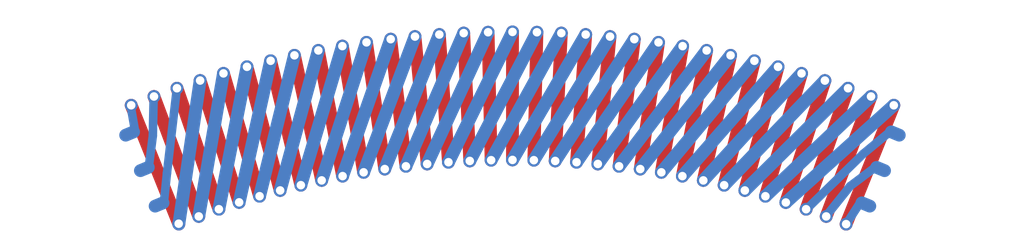
<source format=kicad_pcb>
(kicad_pcb (version 20241229) (generator "pcbnew") (generator_version "9.0")
  (layers (0 "F.Cu" signal) (2 "B.Cu" signal) (13 "F.Paste" user) (15 "B.Paste" user) (5 "F.SilkS" user "F.Silkscreen") (7 "B.SilkS" user "B.Silkscreen") (1 "F.Mask" user) (3 "B.Mask" user) (25 "Edge.Cuts" user))
  (net 0 "")
  (footprint "model_train_footprints:track_connections" (layer "B.Cu") (at 158.436574 98.306921 -22.5)
    (property "Reference" "REF**" (hide yes))
    (property "Value" "track_connections" (hide yes))
    (pad "1" smd oval (at 0 0.9 247.5) (size 0.3 0.5) (layers "B.Cu" "B.Mask" "B.Paste"))
    (pad "2" smd oval (at 0 0 247.5) (size 0.3 0.5) (layers "B.Cu" "B.Mask" "B.Paste"))
    (pad "3" smd oval (at 0 -0.9 247.5) (size 0.3 0.5) (layers "B.Cu" "B.Mask" "B.Paste"))
  )
  (footprint "model_train_footprints:track_connections" (layer "B.Cu") (at 141.21582 98.306922 22.5)
    (property "Reference" "REF**" (hide yes))
    (property "Value" "track_connections" (hide yes))
    (pad "1" smd oval (at 0 0.9 292.5) (size 0.3 0.5) (layers "B.Cu" "B.Mask" "B.Paste"))
    (pad "2" smd oval (at 0 0 292.5) (size 0.3 0.5) (layers "B.Cu" "B.Mask" "B.Paste"))
    (pad "3" smd oval (at 0 -0.9 292.5) (size 0.3 0.5) (layers "B.Cu" "B.Mask" "B.Paste"))
  )
  (gr_line (start 158.745984 96.813335) (end 157.631009 99.598444) (stroke (width 0.3)) (layer "F.Cu"))
  (gr_line (start 151.539064 95.155412) (end 151.324954 98.147762) (stroke (width 0.3)) (layer "F.Cu"))
  (gr_line (start 145.363618 98.573845) (end 144.726108 95.642364) (stroke (width 0.3)) (layer "F.Cu"))
  (gr_line (start 147.334183 98.242595) (end 146.978182 95.263793) (stroke (width 0.3)) (layer "F.Cu"))
  (gr_line (start 147.831052 98.189202) (end 147.546032 95.202772) (stroke (width 0.3)) (layer "F.Cu"))
  (gr_line (start 146.344958 98.384769) (end 145.84764 95.426277) (stroke (width 0.3)) (layer "F.Cu"))
  (gr_line (start 149.827005 98.094211) (end 149.827122 95.094211) (stroke (width 0.3)) (layer "F.Cu"))
  (gr_line (start 142.022884 99.597844) (end 140.908127 96.812648) (stroke (width 0.3)) (layer "F.Cu"))
  (gr_line (start 154.928093 95.642757) (end 154.290355 98.574189) (stroke (width 0.3)) (layer "F.Cu"))
  (gr_line (start 155.742698 98.944893) (end 156.587913 96.066419) (stroke (width 0.3)) (layer "F.Cu"))
  (gr_line (start 148.827898 98.117953) (end 148.685285 95.121344) (stroke (width 0.3)) (layer "F.Cu"))
  (gr_line (start 152.815269 98.308027) (end 153.24228 95.338572) (stroke (width 0.3)) (layer "F.Cu"))
  (gr_line (start 150.398201 95.101028) (end 150.326699 98.100176) (stroke (width 0.3)) (layer "F.Cu"))
  (gr_line (start 146.838724 98.307797) (end 146.411944 95.338309) (stroke (width 0.3)) (layer "F.Cu"))
  (gr_line (start 148.329051 98.147646) (end 148.115174 95.15528) (stroke (width 0.3)) (layer "F.Cu"))
  (gr_line (start 153.806578 95.426584) (end 153.309029 98.385037) (stroke (width 0.3)) (layer "F.Cu"))
  (gr_line (start 156.694631 99.249196) (end 157.675837 96.414194) (stroke (width 0.3)) (layer "F.Cu"))
  (gr_line (start 156.038053 95.912044) (end 155.26157 98.809815) (stroke (width 0.3)) (layer "F.Cu"))
  (gr_line (start 142.959289 99.248667) (end 141.978304 96.413589) (stroke (width 0.3)) (layer "F.Cu"))
  (gr_line (start 151.82295 98.189355) (end 152.108202 95.202948) (stroke (width 0.3)) (layer "F.Cu"))
  (gr_line (start 144.392385 98.809396) (end 143.616127 95.911565) (stroke (width 0.3)) (layer "F.Cu"))
  (gr_line (start 145.853163 98.473469) (end 145.285588 95.527648) (stroke (width 0.3)) (layer "F.Cu"))
  (gr_line (start 156.220475 99.091381) (end 157.133944 96.233834) (stroke (width 0.3)) (layer "F.Cu"))
  (gr_line (start 144.8766 98.685842) (end 144.169516 95.770361) (stroke (width 0.3)) (layer "F.Cu"))
  (gr_line (start 152.676048 95.264012) (end 152.319816 98.242787) (stroke (width 0.3)) (layer "F.Cu"))
  (gr_line (start 150.82611 98.118029) (end 150.968956 95.121432) (stroke (width 0.3)) (layer "F.Cu"))
  (gr_line (start 149.256042 95.100984) (end 149.32731 98.100137) (stroke (width 0.3)) (layer "F.Cu"))
  (gr_line (start 143.433458 99.090889) (end 142.520211 96.233271) (stroke (width 0.3)) (layer "F.Cu"))
  (gr_line (start 143.911247 98.944437) (end 143.066255 96.065898) (stroke (width 0.3)) (layer "F.Cu"))
  (gr_line (start 142.489009 99.417684) (end 141.440841 96.606752) (stroke (width 0.3)) (layer "F.Cu"))
  (gr_line (start 154.777364 98.686223) (end 155.484675 95.770797) (stroke (width 0.3)) (layer "F.Cu"))
  (gr_line (start 157.164898 99.418249) (end 158.213285 96.607398) (stroke (width 0.3)) (layer "F.Cu"))
  (gr_line (start 153.800817 98.473774) (end 154.368621 95.527998) (stroke (width 0.3)) (layer "F.Cu"))
  (gr_line (start 146.978182 95.263793) (end 145.853163 98.473469) (stroke (width 0.3)) (layer "B.Cu"))
  (gr_line (start 150.968956 95.121432) (end 149.32731 98.100137) (stroke (width 0.3)) (layer "B.Cu"))
  (gr_line (start 157.63401 99.598422) (end 157.94401 99.118422) (stroke (width 0.2)) (layer "B.Cu"))
  (gr_line (start 157.133944 96.233834) (end 154.777364 98.686223) (stroke (width 0.3)) (layer "B.Cu"))
  (gr_line (start 152.676048 95.264012) (end 150.82611 98.118029) (stroke (width 0.3)) (layer "B.Cu"))
  (gr_line (start 157.16401 99.408422) (end 157.72401 98.708422) (stroke (width 0.2)) (layer "B.Cu"))
  (gr_line (start 158.745984 96.813335) (end 156.220475 99.091381) (stroke (width 0.3)) (layer "B.Cu"))
  (gr_line (start 141.97401 96.438422) (end 141.74401 98.408422) (stroke (width 0.2)) (layer "B.Cu"))
  (gr_line (start 141.43401 96.608422) (end 141.41401 97.528422) (stroke (width 0.2)) (layer "B.Cu"))
  (gr_line (start 141.74401 98.408422) (end 141.67401 99.088422) (stroke (width 0.2)) (layer "B.Cu"))
  (gr_line (start 154.928093 95.642757) (end 152.815269 98.308027) (stroke (width 0.3)) (layer "B.Cu"))
  (gr_line (start 156.038053 95.912044) (end 153.800817 98.473774) (stroke (width 0.3)) (layer "B.Cu"))
  (gr_line (start 152.108202 95.202948) (end 150.326699 98.100176) (stroke (width 0.3)) (layer "B.Cu"))
  (gr_line (start 149.256042 95.100984) (end 147.831052 98.189202) (stroke (width 0.3)) (layer "B.Cu"))
  (gr_line (start 154.368621 95.527998) (end 152.319816 98.242787) (stroke (width 0.3)) (layer "B.Cu"))
  (gr_line (start 146.411944 95.338309) (end 145.363618 98.573845) (stroke (width 0.3)) (layer "B.Cu"))
  (gr_line (start 148.685285 95.121344) (end 147.334183 98.242595) (stroke (width 0.3)) (layer "B.Cu"))
  (gr_line (start 153.24228 95.338572) (end 151.324954 98.147762) (stroke (width 0.3)) (layer "B.Cu"))
  (gr_line (start 158.03401 97.948422) (end 158.61401 97.468422) (stroke (width 0.2)) (layer "B.Cu"))
  (gr_line (start 144.169516 95.770361) (end 143.433458 99.090889) (stroke (width 0.3)) (layer "B.Cu"))
  (gr_line (start 143.616127 95.911565) (end 142.959289 99.248667) (stroke (width 0.3)) (layer "B.Cu"))
  (gr_line (start 150.398201 95.101028) (end 148.827898 98.117953) (stroke (width 0.3)) (layer "B.Cu"))
  (gr_line (start 153.806578 95.426584) (end 151.82295 98.189355) (stroke (width 0.3)) (layer "B.Cu"))
  (gr_line (start 157.72401 98.708422) (end 158.33401 98.248422) (stroke (width 0.2)) (layer "B.Cu"))
  (gr_line (start 155.484675 95.770797) (end 153.309029 98.385037) (stroke (width 0.3)) (layer "B.Cu"))
  (gr_line (start 145.84764 95.426277) (end 144.8766 98.685842) (stroke (width 0.3)) (layer "B.Cu"))
  (gr_line (start 143.066255 96.065898) (end 142.489009 99.417684) (stroke (width 0.3)) (layer "B.Cu"))
  (gr_line (start 145.285588 95.527648) (end 144.392385 98.809396) (stroke (width 0.3)) (layer "B.Cu"))
  (gr_line (start 156.587913 96.066419) (end 154.290355 98.574189) (stroke (width 0.3)) (layer "B.Cu"))
  (gr_line (start 140.89401 96.818422) (end 140.99401 97.388422) (stroke (width 0.2)) (layer "B.Cu"))
  (gr_line (start 141.41401 97.528422) (end 141.32401 98.228422) (stroke (width 0.2)) (layer "B.Cu"))
  (gr_line (start 157.675837 96.414194) (end 155.26157 98.809815) (stroke (width 0.3)) (layer "B.Cu"))
  (gr_line (start 147.546032 95.202772) (end 146.344958 98.384769) (stroke (width 0.3)) (layer "B.Cu"))
  (gr_line (start 156.70401 99.248422) (end 158.03401 97.948422) (stroke (width 0.2)) (layer "B.Cu"))
  (gr_line (start 142.520211 96.233271) (end 142.022884 99.597844) (stroke (width 0.3)) (layer "B.Cu"))
  (gr_line (start 148.115174 95.15528) (end 146.838724 98.307797) (stroke (width 0.3)) (layer "B.Cu"))
  (gr_line (start 149.827122 95.094211) (end 148.329051 98.147646) (stroke (width 0.3)) (layer "B.Cu"))
  (gr_line (start 151.539064 95.155412) (end 149.827005 98.094211) (stroke (width 0.3)) (layer "B.Cu"))
  (gr_line (start 144.726108 95.642364) (end 143.911247 98.944437) (stroke (width 0.3)) (layer "B.Cu"))
  (gr_line (start 158.213285 96.607398) (end 155.742698 98.944893) (stroke (width 0.3)) (layer "B.Cu"))
  (via (at 157.631009 99.598444) (size 0.3) (drill 0.2) (layers "F.Cu" "B.Cu") (net 0))
  (via (at 142.019113 99.588422) (size 0.3) (drill 0.2) (layers "F.Cu" "B.Cu") (net 0))
  (via (at 157.675837 96.414194) (size 0.3) (drill 0.2) (layers "F.Cu" "B.Cu") (net 0))
  (via (at 150.326699 98.100176) (size 0.3) (drill 0.2) (layers "F.Cu" "B.Cu") (net 0))
  (via (at 144.8766 98.685842) (size 0.3) (drill 0.2) (layers "F.Cu" "B.Cu") (net 0))
  (via (at 145.84764 95.426277) (size 0.3) (drill 0.2) (layers "F.Cu" "B.Cu") (net 0))
  (via (at 158.745984 96.813335) (size 0.3) (drill 0.2) (layers "F.Cu" "B.Cu") (net 0))
  (via (at 152.815269 98.308027) (size 0.3) (drill 0.2) (layers "F.Cu" "B.Cu") (net 0))
  (via (at 147.546032 95.202772) (size 0.3) (drill 0.2) (layers "F.Cu" "B.Cu") (net 0))
  (via (at 155.742698 98.944893) (size 0.3) (drill 0.2) (layers "F.Cu" "B.Cu") (net 0))
  (via (at 153.24228 95.338572) (size 0.3) (drill 0.2) (layers "F.Cu" "B.Cu") (net 0))
  (via (at 156.038053 95.912044) (size 0.3) (drill 0.2) (layers "F.Cu" "B.Cu") (net 0))
  (via (at 143.616127 95.911565) (size 0.3) (drill 0.2) (layers "F.Cu" "B.Cu") (net 0))
  (via (at 153.309029 98.385037) (size 0.3) (drill 0.2) (layers "F.Cu" "B.Cu") (net 0))
  (via (at 152.319816 98.242787) (size 0.3) (drill 0.2) (layers "F.Cu" "B.Cu") (net 0))
  (via (at 156.587913 96.066419) (size 0.3) (drill 0.2) (layers "F.Cu" "B.Cu") (net 0))
  (via (at 153.806578 95.426584) (size 0.3) (drill 0.2) (layers "F.Cu" "B.Cu") (net 0))
  (via (at 149.827122 95.094211) (size 0.3) (drill 0.2) (layers "F.Cu" "B.Cu") (net 0))
  (via (at 151.539064 95.155412) (size 0.3) (drill 0.2) (layers "F.Cu" "B.Cu") (net 0))
  (via (at 157.164898 99.418249) (size 0.3) (drill 0.2) (layers "F.Cu" "B.Cu") (net 0))
  (via (at 151.823039 98.188422) (size 0.3) (drill 0.2) (layers "F.Cu" "B.Cu") (net 0))
  (via (at 146.978182 95.263793) (size 0.3) (drill 0.2) (layers "F.Cu" "B.Cu") (net 0))
  (via (at 143.066255 96.065898) (size 0.3) (drill 0.2) (layers "F.Cu" "B.Cu") (net 0))
  (via (at 157.133944 96.233834) (size 0.3) (drill 0.2) (layers "F.Cu" "B.Cu") (net 0))
  (via (at 149.32731 98.100137) (size 0.3) (drill 0.2) (layers "F.Cu" "B.Cu") (net 0))
  (via (at 150.398201 95.101028) (size 0.3) (drill 0.2) (layers "F.Cu" "B.Cu") (net 0))
  (via (at 143.911247 98.944437) (size 0.3) (drill 0.2) (layers "F.Cu" "B.Cu") (net 0))
  (via (at 149.827005 98.094211) (size 0.3) (drill 0.2) (layers "F.Cu" "B.Cu") (net 0))
  (via (at 156.694631 99.249196) (size 0.3) (drill 0.2) (layers "F.Cu" "B.Cu") (net 0))
  (via (at 145.853163 98.473469) (size 0.3) (drill 0.2) (layers "F.Cu" "B.Cu") (net 0))
  (via (at 143.43267 99.088422) (size 0.3) (drill 0.2) (layers "F.Cu" "B.Cu") (net 0))
  (via (at 146.411944 95.338309) (size 0.3) (drill 0.2) (layers "F.Cu" "B.Cu") (net 0))
  (via (at 155.26157 98.809815) (size 0.3) (drill 0.2) (layers "F.Cu" "B.Cu") (net 0))
  (via (at 154.290355 98.574189) (size 0.3) (drill 0.2) (layers "F.Cu" "B.Cu") (net 0))
  (via (at 144.392385 98.809396) (size 0.3) (drill 0.2) (layers "F.Cu" "B.Cu") (net 0))
  (via (at 140.908127 96.812648) (size 0.3) (drill 0.2) (layers "F.Cu" "B.Cu") (net 0))
  (via (at 145.363618 98.573845) (size 0.3) (drill 0.2) (layers "F.Cu" "B.Cu") (net 0))
  (via (at 150.968956 95.121432) (size 0.3) (drill 0.2) (layers "F.Cu" "B.Cu") (net 0))
  (via (at 153.800817 98.473774) (size 0.3) (drill 0.2) (layers "F.Cu" "B.Cu") (net 0))
  (via (at 155.484675 95.770797) (size 0.3) (drill 0.2) (layers "F.Cu" "B.Cu") (net 0))
  (via (at 156.220475 99.091381) (size 0.3) (drill 0.2) (layers "F.Cu" "B.Cu") (net 0))
  (via (at 154.777364 98.686223) (size 0.3) (drill 0.2) (layers "F.Cu" "B.Cu") (net 0))
  (via (at 158.213285 96.607398) (size 0.3) (drill 0.2) (layers "F.Cu" "B.Cu") (net 0))
  (via (at 142.489009 99.417684) (size 0.3) (drill 0.2) (layers "F.Cu" "B.Cu") (net 0))
  (via (at 152.108202 95.202948) (size 0.3) (drill 0.2) (layers "F.Cu" "B.Cu") (net 0))
  (via (at 154.928093 95.642757) (size 0.3) (drill 0.2) (layers "F.Cu" "B.Cu") (net 0))
  (via (at 154.368621 95.527998) (size 0.3) (drill 0.2) (layers "F.Cu" "B.Cu") (net 0))
  (via (at 149.256042 95.100984) (size 0.3) (drill 0.2) (layers "F.Cu" "B.Cu") (net 0))
  (via (at 141.978304 96.413589) (size 0.3) (drill 0.2) (layers "F.Cu" "B.Cu") (net 0))
  (via (at 148.115174 95.15528) (size 0.3) (drill 0.2) (layers "F.Cu" "B.Cu") (net 0))
  (via (at 152.676048 95.264012) (size 0.3) (drill 0.2) (layers "F.Cu" "B.Cu") (net 0))
  (via (at 147.334183 98.242595) (size 0.3) (drill 0.2) (layers "F.Cu" "B.Cu") (net 0))
  (via (at 147.830978 98.188422) (size 0.3) (drill 0.2) (layers "F.Cu" "B.Cu") (net 0))
  (via (at 146.344958 98.384769) (size 0.3) (drill 0.2) (layers "F.Cu" "B.Cu") (net 0))
  (via (at 145.285588 95.527648) (size 0.3) (drill 0.2) (layers "F.Cu" "B.Cu") (net 0))
  (via (at 142.520211 96.233271) (size 0.3) (drill 0.2) (layers "F.Cu" "B.Cu") (net 0))
  (via (at 148.685285 95.121344) (size 0.3) (drill 0.2) (layers "F.Cu" "B.Cu") (net 0))
  (via (at 142.959289 99.248667) (size 0.3) (drill 0.2) (layers "F.Cu" "B.Cu") (net 0))
  (via (at 144.726108 95.642364) (size 0.3) (drill 0.2) (layers "F.Cu" "B.Cu") (net 0))
  (via (at 151.324954 98.147762) (size 0.3) (drill 0.2) (layers "F.Cu" "B.Cu") (net 0))
  (via (at 150.82611 98.118029) (size 0.3) (drill 0.2) (layers "F.Cu" "B.Cu") (net 0))
  (via (at 141.440841 96.606752) (size 0.3) (drill 0.2) (layers "F.Cu" "B.Cu") (net 0))
  (via (at 146.838724 98.307797) (size 0.3) (drill 0.2) (layers "F.Cu" "B.Cu") (net 0))
  (via (at 148.827898 98.117953) (size 0.3) (drill 0.2) (layers "F.Cu" "B.Cu") (net 0))
  (via (at 144.169516 95.770361) (size 0.3) (drill 0.2) (layers "F.Cu" "B.Cu") (net 0))
  (via (at 148.329051 98.147646) (size 0.3) (drill 0.2) (layers "F.Cu" "B.Cu") (net 0))
)
</source>
